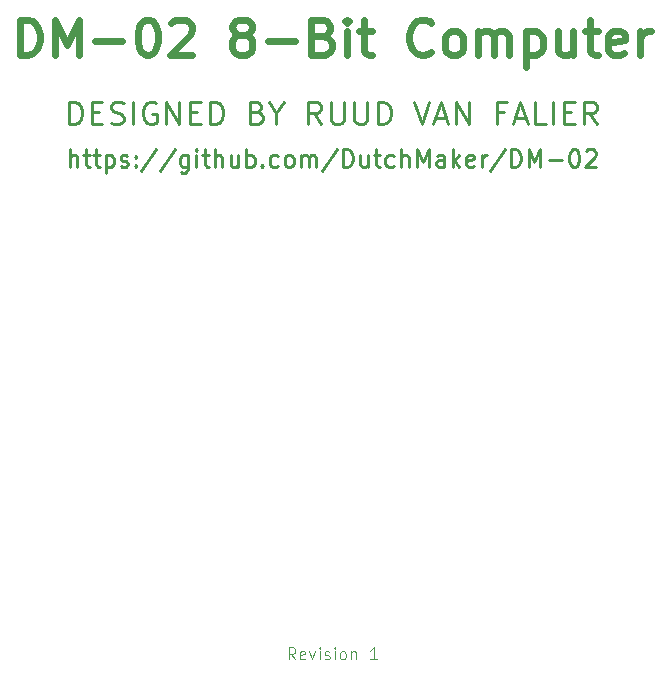
<source format=gbo>
G04 #@! TF.GenerationSoftware,KiCad,Pcbnew,5.0.2+dfsg1-1*
G04 #@! TF.CreationDate,2019-09-11T11:00:06+02:00*
G04 #@! TF.ProjectId,Bottom-Plate,426f7474-6f6d-42d5-906c-6174652e6b69,rev?*
G04 #@! TF.SameCoordinates,Original*
G04 #@! TF.FileFunction,Legend,Bot*
G04 #@! TF.FilePolarity,Positive*
%FSLAX46Y46*%
G04 Gerber Fmt 4.6, Leading zero omitted, Abs format (unit mm)*
G04 Created by KiCad (PCBNEW 5.0.2+dfsg1-1) date wo 11 sep 2019 11:00:06 CEST*
%MOMM*%
%LPD*%
G01*
G04 APERTURE LIST*
%ADD10C,0.250000*%
%ADD11C,0.600000*%
%ADD12C,0.100000*%
G04 APERTURE END LIST*
D10*
X56504761Y-85759523D02*
X56504761Y-84279523D01*
X57139047Y-85759523D02*
X57139047Y-84984285D01*
X57068571Y-84843333D01*
X56927619Y-84772857D01*
X56716190Y-84772857D01*
X56575238Y-84843333D01*
X56504761Y-84913809D01*
X57632380Y-84772857D02*
X58196190Y-84772857D01*
X57843809Y-84279523D02*
X57843809Y-85548095D01*
X57914285Y-85689047D01*
X58055238Y-85759523D01*
X58196190Y-85759523D01*
X58478095Y-84772857D02*
X59041904Y-84772857D01*
X58689523Y-84279523D02*
X58689523Y-85548095D01*
X58759999Y-85689047D01*
X58900952Y-85759523D01*
X59041904Y-85759523D01*
X59535238Y-84772857D02*
X59535238Y-86252857D01*
X59535238Y-84843333D02*
X59676190Y-84772857D01*
X59958095Y-84772857D01*
X60099047Y-84843333D01*
X60169523Y-84913809D01*
X60239999Y-85054761D01*
X60239999Y-85477619D01*
X60169523Y-85618571D01*
X60099047Y-85689047D01*
X59958095Y-85759523D01*
X59676190Y-85759523D01*
X59535238Y-85689047D01*
X60803809Y-85689047D02*
X60944761Y-85759523D01*
X61226666Y-85759523D01*
X61367619Y-85689047D01*
X61438095Y-85548095D01*
X61438095Y-85477619D01*
X61367619Y-85336666D01*
X61226666Y-85266190D01*
X61015238Y-85266190D01*
X60874285Y-85195714D01*
X60803809Y-85054761D01*
X60803809Y-84984285D01*
X60874285Y-84843333D01*
X61015238Y-84772857D01*
X61226666Y-84772857D01*
X61367619Y-84843333D01*
X62072380Y-85618571D02*
X62142857Y-85689047D01*
X62072380Y-85759523D01*
X62001904Y-85689047D01*
X62072380Y-85618571D01*
X62072380Y-85759523D01*
X62072380Y-84843333D02*
X62142857Y-84913809D01*
X62072380Y-84984285D01*
X62001904Y-84913809D01*
X62072380Y-84843333D01*
X62072380Y-84984285D01*
X63834285Y-84209047D02*
X62565714Y-86111904D01*
X65384761Y-84209047D02*
X64116190Y-86111904D01*
X66512380Y-84772857D02*
X66512380Y-85970952D01*
X66441904Y-86111904D01*
X66371428Y-86182380D01*
X66230476Y-86252857D01*
X66019047Y-86252857D01*
X65878095Y-86182380D01*
X66512380Y-85689047D02*
X66371428Y-85759523D01*
X66089523Y-85759523D01*
X65948571Y-85689047D01*
X65878095Y-85618571D01*
X65807619Y-85477619D01*
X65807619Y-85054761D01*
X65878095Y-84913809D01*
X65948571Y-84843333D01*
X66089523Y-84772857D01*
X66371428Y-84772857D01*
X66512380Y-84843333D01*
X67217142Y-85759523D02*
X67217142Y-84772857D01*
X67217142Y-84279523D02*
X67146666Y-84350000D01*
X67217142Y-84420476D01*
X67287619Y-84350000D01*
X67217142Y-84279523D01*
X67217142Y-84420476D01*
X67710476Y-84772857D02*
X68274285Y-84772857D01*
X67921904Y-84279523D02*
X67921904Y-85548095D01*
X67992380Y-85689047D01*
X68133333Y-85759523D01*
X68274285Y-85759523D01*
X68767619Y-85759523D02*
X68767619Y-84279523D01*
X69401904Y-85759523D02*
X69401904Y-84984285D01*
X69331428Y-84843333D01*
X69190476Y-84772857D01*
X68979047Y-84772857D01*
X68838095Y-84843333D01*
X68767619Y-84913809D01*
X70740952Y-84772857D02*
X70740952Y-85759523D01*
X70106666Y-84772857D02*
X70106666Y-85548095D01*
X70177142Y-85689047D01*
X70318095Y-85759523D01*
X70529523Y-85759523D01*
X70670476Y-85689047D01*
X70740952Y-85618571D01*
X71445714Y-85759523D02*
X71445714Y-84279523D01*
X71445714Y-84843333D02*
X71586666Y-84772857D01*
X71868571Y-84772857D01*
X72009523Y-84843333D01*
X72080000Y-84913809D01*
X72150476Y-85054761D01*
X72150476Y-85477619D01*
X72080000Y-85618571D01*
X72009523Y-85689047D01*
X71868571Y-85759523D01*
X71586666Y-85759523D01*
X71445714Y-85689047D01*
X72784761Y-85618571D02*
X72855238Y-85689047D01*
X72784761Y-85759523D01*
X72714285Y-85689047D01*
X72784761Y-85618571D01*
X72784761Y-85759523D01*
X74123809Y-85689047D02*
X73982857Y-85759523D01*
X73700952Y-85759523D01*
X73560000Y-85689047D01*
X73489523Y-85618571D01*
X73419047Y-85477619D01*
X73419047Y-85054761D01*
X73489523Y-84913809D01*
X73560000Y-84843333D01*
X73700952Y-84772857D01*
X73982857Y-84772857D01*
X74123809Y-84843333D01*
X74969523Y-85759523D02*
X74828571Y-85689047D01*
X74758095Y-85618571D01*
X74687619Y-85477619D01*
X74687619Y-85054761D01*
X74758095Y-84913809D01*
X74828571Y-84843333D01*
X74969523Y-84772857D01*
X75180952Y-84772857D01*
X75321904Y-84843333D01*
X75392380Y-84913809D01*
X75462857Y-85054761D01*
X75462857Y-85477619D01*
X75392380Y-85618571D01*
X75321904Y-85689047D01*
X75180952Y-85759523D01*
X74969523Y-85759523D01*
X76097142Y-85759523D02*
X76097142Y-84772857D01*
X76097142Y-84913809D02*
X76167619Y-84843333D01*
X76308571Y-84772857D01*
X76520000Y-84772857D01*
X76660952Y-84843333D01*
X76731428Y-84984285D01*
X76731428Y-85759523D01*
X76731428Y-84984285D02*
X76801904Y-84843333D01*
X76942857Y-84772857D01*
X77154285Y-84772857D01*
X77295238Y-84843333D01*
X77365714Y-84984285D01*
X77365714Y-85759523D01*
X79127619Y-84209047D02*
X77859047Y-86111904D01*
X79620952Y-85759523D02*
X79620952Y-84279523D01*
X79973333Y-84279523D01*
X80184761Y-84350000D01*
X80325714Y-84490952D01*
X80396190Y-84631904D01*
X80466666Y-84913809D01*
X80466666Y-85125238D01*
X80396190Y-85407142D01*
X80325714Y-85548095D01*
X80184761Y-85689047D01*
X79973333Y-85759523D01*
X79620952Y-85759523D01*
X81735238Y-84772857D02*
X81735238Y-85759523D01*
X81100952Y-84772857D02*
X81100952Y-85548095D01*
X81171428Y-85689047D01*
X81312380Y-85759523D01*
X81523809Y-85759523D01*
X81664761Y-85689047D01*
X81735238Y-85618571D01*
X82228571Y-84772857D02*
X82792380Y-84772857D01*
X82440000Y-84279523D02*
X82440000Y-85548095D01*
X82510476Y-85689047D01*
X82651428Y-85759523D01*
X82792380Y-85759523D01*
X83920000Y-85689047D02*
X83779047Y-85759523D01*
X83497142Y-85759523D01*
X83356190Y-85689047D01*
X83285714Y-85618571D01*
X83215238Y-85477619D01*
X83215238Y-85054761D01*
X83285714Y-84913809D01*
X83356190Y-84843333D01*
X83497142Y-84772857D01*
X83779047Y-84772857D01*
X83920000Y-84843333D01*
X84554285Y-85759523D02*
X84554285Y-84279523D01*
X85188571Y-85759523D02*
X85188571Y-84984285D01*
X85118095Y-84843333D01*
X84977142Y-84772857D01*
X84765714Y-84772857D01*
X84624761Y-84843333D01*
X84554285Y-84913809D01*
X85893333Y-85759523D02*
X85893333Y-84279523D01*
X86386666Y-85336666D01*
X86880000Y-84279523D01*
X86880000Y-85759523D01*
X88219047Y-85759523D02*
X88219047Y-84984285D01*
X88148571Y-84843333D01*
X88007619Y-84772857D01*
X87725714Y-84772857D01*
X87584761Y-84843333D01*
X88219047Y-85689047D02*
X88078095Y-85759523D01*
X87725714Y-85759523D01*
X87584761Y-85689047D01*
X87514285Y-85548095D01*
X87514285Y-85407142D01*
X87584761Y-85266190D01*
X87725714Y-85195714D01*
X88078095Y-85195714D01*
X88219047Y-85125238D01*
X88923809Y-85759523D02*
X88923809Y-84279523D01*
X89064761Y-85195714D02*
X89487619Y-85759523D01*
X89487619Y-84772857D02*
X88923809Y-85336666D01*
X90685714Y-85689047D02*
X90544761Y-85759523D01*
X90262857Y-85759523D01*
X90121904Y-85689047D01*
X90051428Y-85548095D01*
X90051428Y-84984285D01*
X90121904Y-84843333D01*
X90262857Y-84772857D01*
X90544761Y-84772857D01*
X90685714Y-84843333D01*
X90756190Y-84984285D01*
X90756190Y-85125238D01*
X90051428Y-85266190D01*
X91390476Y-85759523D02*
X91390476Y-84772857D01*
X91390476Y-85054761D02*
X91460952Y-84913809D01*
X91531428Y-84843333D01*
X91672380Y-84772857D01*
X91813333Y-84772857D01*
X93363809Y-84209047D02*
X92095238Y-86111904D01*
X93857142Y-85759523D02*
X93857142Y-84279523D01*
X94209523Y-84279523D01*
X94420952Y-84350000D01*
X94561904Y-84490952D01*
X94632380Y-84631904D01*
X94702857Y-84913809D01*
X94702857Y-85125238D01*
X94632380Y-85407142D01*
X94561904Y-85548095D01*
X94420952Y-85689047D01*
X94209523Y-85759523D01*
X93857142Y-85759523D01*
X95337142Y-85759523D02*
X95337142Y-84279523D01*
X95830476Y-85336666D01*
X96323809Y-84279523D01*
X96323809Y-85759523D01*
X97028571Y-85195714D02*
X98156190Y-85195714D01*
X99142857Y-84279523D02*
X99283809Y-84279523D01*
X99424761Y-84350000D01*
X99495238Y-84420476D01*
X99565714Y-84561428D01*
X99636190Y-84843333D01*
X99636190Y-85195714D01*
X99565714Y-85477619D01*
X99495238Y-85618571D01*
X99424761Y-85689047D01*
X99283809Y-85759523D01*
X99142857Y-85759523D01*
X99001904Y-85689047D01*
X98931428Y-85618571D01*
X98860952Y-85477619D01*
X98790476Y-85195714D01*
X98790476Y-84843333D01*
X98860952Y-84561428D01*
X98931428Y-84420476D01*
X99001904Y-84350000D01*
X99142857Y-84279523D01*
X100200000Y-84420476D02*
X100270476Y-84350000D01*
X100411428Y-84279523D01*
X100763809Y-84279523D01*
X100904761Y-84350000D01*
X100975238Y-84420476D01*
X101045714Y-84561428D01*
X101045714Y-84702380D01*
X100975238Y-84913809D01*
X100129523Y-85759523D01*
X101045714Y-85759523D01*
X56437619Y-82139523D02*
X56437619Y-80239523D01*
X56889999Y-80239523D01*
X57161428Y-80330000D01*
X57342380Y-80510952D01*
X57432857Y-80691904D01*
X57523333Y-81053809D01*
X57523333Y-81325238D01*
X57432857Y-81687142D01*
X57342380Y-81868095D01*
X57161428Y-82049047D01*
X56889999Y-82139523D01*
X56437619Y-82139523D01*
X58337619Y-81144285D02*
X58970952Y-81144285D01*
X59242380Y-82139523D02*
X58337619Y-82139523D01*
X58337619Y-80239523D01*
X59242380Y-80239523D01*
X59966190Y-82049047D02*
X60237619Y-82139523D01*
X60689999Y-82139523D01*
X60870952Y-82049047D01*
X60961428Y-81958571D01*
X61051904Y-81777619D01*
X61051904Y-81596666D01*
X60961428Y-81415714D01*
X60870952Y-81325238D01*
X60689999Y-81234761D01*
X60328095Y-81144285D01*
X60147142Y-81053809D01*
X60056666Y-80963333D01*
X59966190Y-80782380D01*
X59966190Y-80601428D01*
X60056666Y-80420476D01*
X60147142Y-80330000D01*
X60328095Y-80239523D01*
X60780476Y-80239523D01*
X61051904Y-80330000D01*
X61866190Y-82139523D02*
X61866190Y-80239523D01*
X63766190Y-80330000D02*
X63585238Y-80239523D01*
X63313809Y-80239523D01*
X63042380Y-80330000D01*
X62861428Y-80510952D01*
X62770952Y-80691904D01*
X62680476Y-81053809D01*
X62680476Y-81325238D01*
X62770952Y-81687142D01*
X62861428Y-81868095D01*
X63042380Y-82049047D01*
X63313809Y-82139523D01*
X63494761Y-82139523D01*
X63766190Y-82049047D01*
X63856666Y-81958571D01*
X63856666Y-81325238D01*
X63494761Y-81325238D01*
X64670952Y-82139523D02*
X64670952Y-80239523D01*
X65756666Y-82139523D01*
X65756666Y-80239523D01*
X66661428Y-81144285D02*
X67294761Y-81144285D01*
X67566190Y-82139523D02*
X66661428Y-82139523D01*
X66661428Y-80239523D01*
X67566190Y-80239523D01*
X68380476Y-82139523D02*
X68380476Y-80239523D01*
X68832857Y-80239523D01*
X69104285Y-80330000D01*
X69285238Y-80510952D01*
X69375714Y-80691904D01*
X69466190Y-81053809D01*
X69466190Y-81325238D01*
X69375714Y-81687142D01*
X69285238Y-81868095D01*
X69104285Y-82049047D01*
X68832857Y-82139523D01*
X68380476Y-82139523D01*
X72361428Y-81144285D02*
X72632857Y-81234761D01*
X72723333Y-81325238D01*
X72813809Y-81506190D01*
X72813809Y-81777619D01*
X72723333Y-81958571D01*
X72632857Y-82049047D01*
X72451904Y-82139523D01*
X71728095Y-82139523D01*
X71728095Y-80239523D01*
X72361428Y-80239523D01*
X72542380Y-80330000D01*
X72632857Y-80420476D01*
X72723333Y-80601428D01*
X72723333Y-80782380D01*
X72632857Y-80963333D01*
X72542380Y-81053809D01*
X72361428Y-81144285D01*
X71728095Y-81144285D01*
X73990000Y-81234761D02*
X73990000Y-82139523D01*
X73356666Y-80239523D02*
X73990000Y-81234761D01*
X74623333Y-80239523D01*
X77790000Y-82139523D02*
X77156666Y-81234761D01*
X76704285Y-82139523D02*
X76704285Y-80239523D01*
X77428095Y-80239523D01*
X77609047Y-80330000D01*
X77699523Y-80420476D01*
X77790000Y-80601428D01*
X77790000Y-80872857D01*
X77699523Y-81053809D01*
X77609047Y-81144285D01*
X77428095Y-81234761D01*
X76704285Y-81234761D01*
X78604285Y-80239523D02*
X78604285Y-81777619D01*
X78694761Y-81958571D01*
X78785238Y-82049047D01*
X78966190Y-82139523D01*
X79328095Y-82139523D01*
X79509047Y-82049047D01*
X79599523Y-81958571D01*
X79690000Y-81777619D01*
X79690000Y-80239523D01*
X80594761Y-80239523D02*
X80594761Y-81777619D01*
X80685238Y-81958571D01*
X80775714Y-82049047D01*
X80956666Y-82139523D01*
X81318571Y-82139523D01*
X81499523Y-82049047D01*
X81590000Y-81958571D01*
X81680476Y-81777619D01*
X81680476Y-80239523D01*
X82585238Y-82139523D02*
X82585238Y-80239523D01*
X83037619Y-80239523D01*
X83309047Y-80330000D01*
X83490000Y-80510952D01*
X83580476Y-80691904D01*
X83670952Y-81053809D01*
X83670952Y-81325238D01*
X83580476Y-81687142D01*
X83490000Y-81868095D01*
X83309047Y-82049047D01*
X83037619Y-82139523D01*
X82585238Y-82139523D01*
X85661428Y-80239523D02*
X86294761Y-82139523D01*
X86928095Y-80239523D01*
X87470952Y-81596666D02*
X88375714Y-81596666D01*
X87290000Y-82139523D02*
X87923333Y-80239523D01*
X88556666Y-82139523D01*
X89190000Y-82139523D02*
X89190000Y-80239523D01*
X90275714Y-82139523D01*
X90275714Y-80239523D01*
X93261428Y-81144285D02*
X92628095Y-81144285D01*
X92628095Y-82139523D02*
X92628095Y-80239523D01*
X93532857Y-80239523D01*
X94166190Y-81596666D02*
X95070952Y-81596666D01*
X93985238Y-82139523D02*
X94618571Y-80239523D01*
X95251904Y-82139523D01*
X96789999Y-82139523D02*
X95885238Y-82139523D01*
X95885238Y-80239523D01*
X97423333Y-82139523D02*
X97423333Y-80239523D01*
X98328095Y-81144285D02*
X98961428Y-81144285D01*
X99232857Y-82139523D02*
X98328095Y-82139523D01*
X98328095Y-80239523D01*
X99232857Y-80239523D01*
X101132857Y-82139523D02*
X100499523Y-81234761D01*
X100047142Y-82139523D02*
X100047142Y-80239523D01*
X100770952Y-80239523D01*
X100951904Y-80330000D01*
X101042380Y-80420476D01*
X101132857Y-80601428D01*
X101132857Y-80872857D01*
X101042380Y-81053809D01*
X100951904Y-81144285D01*
X100770952Y-81234761D01*
X100047142Y-81234761D01*
D11*
X52240000Y-76287142D02*
X52240000Y-73287142D01*
X52954285Y-73287142D01*
X53382857Y-73430000D01*
X53668571Y-73715714D01*
X53811428Y-74001428D01*
X53954285Y-74572857D01*
X53954285Y-75001428D01*
X53811428Y-75572857D01*
X53668571Y-75858571D01*
X53382857Y-76144285D01*
X52954285Y-76287142D01*
X52240000Y-76287142D01*
X55240000Y-76287142D02*
X55240000Y-73287142D01*
X56240000Y-75430000D01*
X57240000Y-73287142D01*
X57240000Y-76287142D01*
X58668571Y-75144285D02*
X60954285Y-75144285D01*
X62954285Y-73287142D02*
X63240000Y-73287142D01*
X63525714Y-73430000D01*
X63668571Y-73572857D01*
X63811428Y-73858571D01*
X63954285Y-74430000D01*
X63954285Y-75144285D01*
X63811428Y-75715714D01*
X63668571Y-76001428D01*
X63525714Y-76144285D01*
X63240000Y-76287142D01*
X62954285Y-76287142D01*
X62668571Y-76144285D01*
X62525714Y-76001428D01*
X62382857Y-75715714D01*
X62240000Y-75144285D01*
X62240000Y-74430000D01*
X62382857Y-73858571D01*
X62525714Y-73572857D01*
X62668571Y-73430000D01*
X62954285Y-73287142D01*
X65097142Y-73572857D02*
X65240000Y-73430000D01*
X65525714Y-73287142D01*
X66240000Y-73287142D01*
X66525714Y-73430000D01*
X66668571Y-73572857D01*
X66811428Y-73858571D01*
X66811428Y-74144285D01*
X66668571Y-74572857D01*
X64954285Y-76287142D01*
X66811428Y-76287142D01*
X70811428Y-74572857D02*
X70525714Y-74430000D01*
X70382857Y-74287142D01*
X70240000Y-74001428D01*
X70240000Y-73858571D01*
X70382857Y-73572857D01*
X70525714Y-73430000D01*
X70811428Y-73287142D01*
X71382857Y-73287142D01*
X71668571Y-73430000D01*
X71811428Y-73572857D01*
X71954285Y-73858571D01*
X71954285Y-74001428D01*
X71811428Y-74287142D01*
X71668571Y-74430000D01*
X71382857Y-74572857D01*
X70811428Y-74572857D01*
X70525714Y-74715714D01*
X70382857Y-74858571D01*
X70240000Y-75144285D01*
X70240000Y-75715714D01*
X70382857Y-76001428D01*
X70525714Y-76144285D01*
X70811428Y-76287142D01*
X71382857Y-76287142D01*
X71668571Y-76144285D01*
X71811428Y-76001428D01*
X71954285Y-75715714D01*
X71954285Y-75144285D01*
X71811428Y-74858571D01*
X71668571Y-74715714D01*
X71382857Y-74572857D01*
X73240000Y-75144285D02*
X75525714Y-75144285D01*
X77954285Y-74715714D02*
X78382857Y-74858571D01*
X78525714Y-75001428D01*
X78668571Y-75287142D01*
X78668571Y-75715714D01*
X78525714Y-76001428D01*
X78382857Y-76144285D01*
X78097142Y-76287142D01*
X76954285Y-76287142D01*
X76954285Y-73287142D01*
X77954285Y-73287142D01*
X78240000Y-73430000D01*
X78382857Y-73572857D01*
X78525714Y-73858571D01*
X78525714Y-74144285D01*
X78382857Y-74430000D01*
X78240000Y-74572857D01*
X77954285Y-74715714D01*
X76954285Y-74715714D01*
X79954285Y-76287142D02*
X79954285Y-74287142D01*
X79954285Y-73287142D02*
X79811428Y-73430000D01*
X79954285Y-73572857D01*
X80097142Y-73430000D01*
X79954285Y-73287142D01*
X79954285Y-73572857D01*
X80954285Y-74287142D02*
X82097142Y-74287142D01*
X81382857Y-73287142D02*
X81382857Y-75858571D01*
X81525714Y-76144285D01*
X81811428Y-76287142D01*
X82097142Y-76287142D01*
X87097142Y-76001428D02*
X86954285Y-76144285D01*
X86525714Y-76287142D01*
X86240000Y-76287142D01*
X85811428Y-76144285D01*
X85525714Y-75858571D01*
X85382857Y-75572857D01*
X85240000Y-75001428D01*
X85240000Y-74572857D01*
X85382857Y-74001428D01*
X85525714Y-73715714D01*
X85811428Y-73430000D01*
X86240000Y-73287142D01*
X86525714Y-73287142D01*
X86954285Y-73430000D01*
X87097142Y-73572857D01*
X88811428Y-76287142D02*
X88525714Y-76144285D01*
X88382857Y-76001428D01*
X88240000Y-75715714D01*
X88240000Y-74858571D01*
X88382857Y-74572857D01*
X88525714Y-74430000D01*
X88811428Y-74287142D01*
X89240000Y-74287142D01*
X89525714Y-74430000D01*
X89668571Y-74572857D01*
X89811428Y-74858571D01*
X89811428Y-75715714D01*
X89668571Y-76001428D01*
X89525714Y-76144285D01*
X89240000Y-76287142D01*
X88811428Y-76287142D01*
X91097142Y-76287142D02*
X91097142Y-74287142D01*
X91097142Y-74572857D02*
X91240000Y-74430000D01*
X91525714Y-74287142D01*
X91954285Y-74287142D01*
X92240000Y-74430000D01*
X92382857Y-74715714D01*
X92382857Y-76287142D01*
X92382857Y-74715714D02*
X92525714Y-74430000D01*
X92811428Y-74287142D01*
X93240000Y-74287142D01*
X93525714Y-74430000D01*
X93668571Y-74715714D01*
X93668571Y-76287142D01*
X95097142Y-74287142D02*
X95097142Y-77287142D01*
X95097142Y-74430000D02*
X95382857Y-74287142D01*
X95954285Y-74287142D01*
X96240000Y-74430000D01*
X96382857Y-74572857D01*
X96525714Y-74858571D01*
X96525714Y-75715714D01*
X96382857Y-76001428D01*
X96240000Y-76144285D01*
X95954285Y-76287142D01*
X95382857Y-76287142D01*
X95097142Y-76144285D01*
X99097142Y-74287142D02*
X99097142Y-76287142D01*
X97811428Y-74287142D02*
X97811428Y-75858571D01*
X97954285Y-76144285D01*
X98240000Y-76287142D01*
X98668571Y-76287142D01*
X98954285Y-76144285D01*
X99097142Y-76001428D01*
X100097142Y-74287142D02*
X101240000Y-74287142D01*
X100525714Y-73287142D02*
X100525714Y-75858571D01*
X100668571Y-76144285D01*
X100954285Y-76287142D01*
X101240000Y-76287142D01*
X103382857Y-76144285D02*
X103097142Y-76287142D01*
X102525714Y-76287142D01*
X102240000Y-76144285D01*
X102097142Y-75858571D01*
X102097142Y-74715714D01*
X102240000Y-74430000D01*
X102525714Y-74287142D01*
X103097142Y-74287142D01*
X103382857Y-74430000D01*
X103525714Y-74715714D01*
X103525714Y-75001428D01*
X102097142Y-75287142D01*
X104811428Y-76287142D02*
X104811428Y-74287142D01*
X104811428Y-74858571D02*
X104954285Y-74572857D01*
X105097142Y-74430000D01*
X105382857Y-74287142D01*
X105668571Y-74287142D01*
D12*
X75597142Y-127452380D02*
X75263809Y-126976190D01*
X75025714Y-127452380D02*
X75025714Y-126452380D01*
X75406666Y-126452380D01*
X75501904Y-126500000D01*
X75549523Y-126547619D01*
X75597142Y-126642857D01*
X75597142Y-126785714D01*
X75549523Y-126880952D01*
X75501904Y-126928571D01*
X75406666Y-126976190D01*
X75025714Y-126976190D01*
X76406666Y-127404761D02*
X76311428Y-127452380D01*
X76120952Y-127452380D01*
X76025714Y-127404761D01*
X75978095Y-127309523D01*
X75978095Y-126928571D01*
X76025714Y-126833333D01*
X76120952Y-126785714D01*
X76311428Y-126785714D01*
X76406666Y-126833333D01*
X76454285Y-126928571D01*
X76454285Y-127023809D01*
X75978095Y-127119047D01*
X76787619Y-126785714D02*
X77025714Y-127452380D01*
X77263809Y-126785714D01*
X77644761Y-127452380D02*
X77644761Y-126785714D01*
X77644761Y-126452380D02*
X77597142Y-126500000D01*
X77644761Y-126547619D01*
X77692380Y-126500000D01*
X77644761Y-126452380D01*
X77644761Y-126547619D01*
X78073333Y-127404761D02*
X78168571Y-127452380D01*
X78359047Y-127452380D01*
X78454285Y-127404761D01*
X78501904Y-127309523D01*
X78501904Y-127261904D01*
X78454285Y-127166666D01*
X78359047Y-127119047D01*
X78216190Y-127119047D01*
X78120952Y-127071428D01*
X78073333Y-126976190D01*
X78073333Y-126928571D01*
X78120952Y-126833333D01*
X78216190Y-126785714D01*
X78359047Y-126785714D01*
X78454285Y-126833333D01*
X78930476Y-127452380D02*
X78930476Y-126785714D01*
X78930476Y-126452380D02*
X78882857Y-126500000D01*
X78930476Y-126547619D01*
X78978095Y-126500000D01*
X78930476Y-126452380D01*
X78930476Y-126547619D01*
X79549523Y-127452380D02*
X79454285Y-127404761D01*
X79406666Y-127357142D01*
X79359047Y-127261904D01*
X79359047Y-126976190D01*
X79406666Y-126880952D01*
X79454285Y-126833333D01*
X79549523Y-126785714D01*
X79692380Y-126785714D01*
X79787619Y-126833333D01*
X79835238Y-126880952D01*
X79882857Y-126976190D01*
X79882857Y-127261904D01*
X79835238Y-127357142D01*
X79787619Y-127404761D01*
X79692380Y-127452380D01*
X79549523Y-127452380D01*
X80311428Y-126785714D02*
X80311428Y-127452380D01*
X80311428Y-126880952D02*
X80359047Y-126833333D01*
X80454285Y-126785714D01*
X80597142Y-126785714D01*
X80692380Y-126833333D01*
X80740000Y-126928571D01*
X80740000Y-127452380D01*
X82501904Y-127452380D02*
X81930476Y-127452380D01*
X82216190Y-127452380D02*
X82216190Y-126452380D01*
X82120952Y-126595238D01*
X82025714Y-126690476D01*
X81930476Y-126738095D01*
M02*

</source>
